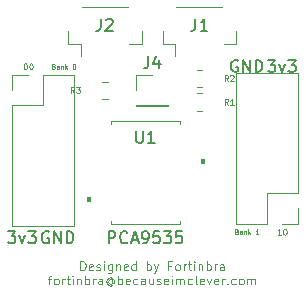
<source format=gbr>
%TF.GenerationSoftware,KiCad,Pcbnew,(6.0.7)*%
%TF.CreationDate,2022-09-23T22:10:56-05:00*%
%TF.ProjectId,PCA9535,50434139-3533-4352-9e6b-696361645f70,rev?*%
%TF.SameCoordinates,Original*%
%TF.FileFunction,Legend,Top*%
%TF.FilePolarity,Positive*%
%FSLAX46Y46*%
G04 Gerber Fmt 4.6, Leading zero omitted, Abs format (unit mm)*
G04 Created by KiCad (PCBNEW (6.0.7)) date 2022-09-23 22:10:56*
%MOMM*%
%LPD*%
G01*
G04 APERTURE LIST*
%ADD10C,0.125000*%
%ADD11C,0.100000*%
%ADD12C,0.150000*%
%ADD13C,0.050000*%
%ADD14C,0.120000*%
G04 APERTURE END LIST*
D10*
X139904761Y-89226190D02*
X139619047Y-89226190D01*
X139761904Y-89226190D02*
X139761904Y-88726190D01*
X139714285Y-88797619D01*
X139666666Y-88845238D01*
X139619047Y-88869047D01*
X140214285Y-88726190D02*
X140261904Y-88726190D01*
X140309523Y-88750000D01*
X140333333Y-88773809D01*
X140357142Y-88821428D01*
X140380952Y-88916666D01*
X140380952Y-89035714D01*
X140357142Y-89130952D01*
X140333333Y-89178571D01*
X140309523Y-89202380D01*
X140261904Y-89226190D01*
X140214285Y-89226190D01*
X140166666Y-89202380D01*
X140142857Y-89178571D01*
X140119047Y-89130952D01*
X140095238Y-89035714D01*
X140095238Y-88916666D01*
X140119047Y-88821428D01*
X140142857Y-88773809D01*
X140166666Y-88750000D01*
X140214285Y-88726190D01*
X118238095Y-74726190D02*
X118285714Y-74726190D01*
X118333333Y-74750000D01*
X118357142Y-74773809D01*
X118380952Y-74821428D01*
X118404761Y-74916666D01*
X118404761Y-75035714D01*
X118380952Y-75130952D01*
X118357142Y-75178571D01*
X118333333Y-75202380D01*
X118285714Y-75226190D01*
X118238095Y-75226190D01*
X118190476Y-75202380D01*
X118166666Y-75178571D01*
X118142857Y-75130952D01*
X118119047Y-75035714D01*
X118119047Y-74916666D01*
X118142857Y-74821428D01*
X118166666Y-74773809D01*
X118190476Y-74750000D01*
X118238095Y-74726190D01*
X118714285Y-74726190D02*
X118761904Y-74726190D01*
X118809523Y-74750000D01*
X118833333Y-74773809D01*
X118857142Y-74821428D01*
X118880952Y-74916666D01*
X118880952Y-75035714D01*
X118857142Y-75130952D01*
X118833333Y-75178571D01*
X118809523Y-75202380D01*
X118761904Y-75226190D01*
X118714285Y-75226190D01*
X118666666Y-75202380D01*
X118642857Y-75178571D01*
X118619047Y-75130952D01*
X118595238Y-75035714D01*
X118595238Y-74916666D01*
X118619047Y-74821428D01*
X118642857Y-74773809D01*
X118666666Y-74750000D01*
X118714285Y-74726190D01*
D11*
X120661904Y-74971428D02*
X120719047Y-74990476D01*
X120738095Y-75009523D01*
X120757142Y-75047619D01*
X120757142Y-75104761D01*
X120738095Y-75142857D01*
X120719047Y-75161904D01*
X120680952Y-75180952D01*
X120528571Y-75180952D01*
X120528571Y-74780952D01*
X120661904Y-74780952D01*
X120700000Y-74800000D01*
X120719047Y-74819047D01*
X120738095Y-74857142D01*
X120738095Y-74895238D01*
X120719047Y-74933333D01*
X120700000Y-74952380D01*
X120661904Y-74971428D01*
X120528571Y-74971428D01*
X121100000Y-75180952D02*
X121100000Y-74971428D01*
X121080952Y-74933333D01*
X121042857Y-74914285D01*
X120966666Y-74914285D01*
X120928571Y-74933333D01*
X121100000Y-75161904D02*
X121061904Y-75180952D01*
X120966666Y-75180952D01*
X120928571Y-75161904D01*
X120909523Y-75123809D01*
X120909523Y-75085714D01*
X120928571Y-75047619D01*
X120966666Y-75028571D01*
X121061904Y-75028571D01*
X121100000Y-75009523D01*
X121290476Y-74914285D02*
X121290476Y-75180952D01*
X121290476Y-74952380D02*
X121309523Y-74933333D01*
X121347619Y-74914285D01*
X121404761Y-74914285D01*
X121442857Y-74933333D01*
X121461904Y-74971428D01*
X121461904Y-75180952D01*
X121652380Y-75180952D02*
X121652380Y-74780952D01*
X121690476Y-75028571D02*
X121804761Y-75180952D01*
X121804761Y-74914285D02*
X121652380Y-75066666D01*
X122357142Y-74780952D02*
X122395238Y-74780952D01*
X122433333Y-74800000D01*
X122452380Y-74819047D01*
X122471428Y-74857142D01*
X122490476Y-74933333D01*
X122490476Y-75028571D01*
X122471428Y-75104761D01*
X122452380Y-75142857D01*
X122433333Y-75161904D01*
X122395238Y-75180952D01*
X122357142Y-75180952D01*
X122319047Y-75161904D01*
X122300000Y-75142857D01*
X122280952Y-75104761D01*
X122261904Y-75028571D01*
X122261904Y-74933333D01*
X122280952Y-74857142D01*
X122300000Y-74819047D01*
X122319047Y-74800000D01*
X122357142Y-74780952D01*
X136161904Y-88971428D02*
X136219047Y-88990476D01*
X136238095Y-89009523D01*
X136257142Y-89047619D01*
X136257142Y-89104761D01*
X136238095Y-89142857D01*
X136219047Y-89161904D01*
X136180952Y-89180952D01*
X136028571Y-89180952D01*
X136028571Y-88780952D01*
X136161904Y-88780952D01*
X136200000Y-88800000D01*
X136219047Y-88819047D01*
X136238095Y-88857142D01*
X136238095Y-88895238D01*
X136219047Y-88933333D01*
X136200000Y-88952380D01*
X136161904Y-88971428D01*
X136028571Y-88971428D01*
X136600000Y-89180952D02*
X136600000Y-88971428D01*
X136580952Y-88933333D01*
X136542857Y-88914285D01*
X136466666Y-88914285D01*
X136428571Y-88933333D01*
X136600000Y-89161904D02*
X136561904Y-89180952D01*
X136466666Y-89180952D01*
X136428571Y-89161904D01*
X136409523Y-89123809D01*
X136409523Y-89085714D01*
X136428571Y-89047619D01*
X136466666Y-89028571D01*
X136561904Y-89028571D01*
X136600000Y-89009523D01*
X136790476Y-88914285D02*
X136790476Y-89180952D01*
X136790476Y-88952380D02*
X136809523Y-88933333D01*
X136847619Y-88914285D01*
X136904761Y-88914285D01*
X136942857Y-88933333D01*
X136961904Y-88971428D01*
X136961904Y-89180952D01*
X137152380Y-89180952D02*
X137152380Y-88780952D01*
X137190476Y-89028571D02*
X137304761Y-89180952D01*
X137304761Y-88914285D02*
X137152380Y-89066666D01*
X137990476Y-89180952D02*
X137761904Y-89180952D01*
X137876190Y-89180952D02*
X137876190Y-88780952D01*
X137838095Y-88838095D01*
X137800000Y-88876190D01*
X137761904Y-88895238D01*
D12*
X120238095Y-89000000D02*
X120142857Y-88952380D01*
X120000000Y-88952380D01*
X119857142Y-89000000D01*
X119761904Y-89095238D01*
X119714285Y-89190476D01*
X119666666Y-89380952D01*
X119666666Y-89523809D01*
X119714285Y-89714285D01*
X119761904Y-89809523D01*
X119857142Y-89904761D01*
X120000000Y-89952380D01*
X120095238Y-89952380D01*
X120238095Y-89904761D01*
X120285714Y-89857142D01*
X120285714Y-89523809D01*
X120095238Y-89523809D01*
X120714285Y-89952380D02*
X120714285Y-88952380D01*
X121285714Y-89952380D01*
X121285714Y-88952380D01*
X121761904Y-89952380D02*
X121761904Y-88952380D01*
X122000000Y-88952380D01*
X122142857Y-89000000D01*
X122238095Y-89095238D01*
X122285714Y-89190476D01*
X122333333Y-89380952D01*
X122333333Y-89523809D01*
X122285714Y-89714285D01*
X122238095Y-89809523D01*
X122142857Y-89904761D01*
X122000000Y-89952380D01*
X121761904Y-89952380D01*
X138809523Y-74452380D02*
X139428571Y-74452380D01*
X139095238Y-74833333D01*
X139238095Y-74833333D01*
X139333333Y-74880952D01*
X139380952Y-74928571D01*
X139428571Y-75023809D01*
X139428571Y-75261904D01*
X139380952Y-75357142D01*
X139333333Y-75404761D01*
X139238095Y-75452380D01*
X138952380Y-75452380D01*
X138857142Y-75404761D01*
X138809523Y-75357142D01*
X139761904Y-74785714D02*
X140000000Y-75452380D01*
X140238095Y-74785714D01*
X140523809Y-74452380D02*
X141142857Y-74452380D01*
X140809523Y-74833333D01*
X140952380Y-74833333D01*
X141047619Y-74880952D01*
X141095238Y-74928571D01*
X141142857Y-75023809D01*
X141142857Y-75261904D01*
X141095238Y-75357142D01*
X141047619Y-75404761D01*
X140952380Y-75452380D01*
X140666666Y-75452380D01*
X140571428Y-75404761D01*
X140523809Y-75357142D01*
X136238095Y-74500000D02*
X136142857Y-74452380D01*
X136000000Y-74452380D01*
X135857142Y-74500000D01*
X135761904Y-74595238D01*
X135714285Y-74690476D01*
X135666666Y-74880952D01*
X135666666Y-75023809D01*
X135714285Y-75214285D01*
X135761904Y-75309523D01*
X135857142Y-75404761D01*
X136000000Y-75452380D01*
X136095238Y-75452380D01*
X136238095Y-75404761D01*
X136285714Y-75357142D01*
X136285714Y-75023809D01*
X136095238Y-75023809D01*
X136714285Y-75452380D02*
X136714285Y-74452380D01*
X137285714Y-75452380D01*
X137285714Y-74452380D01*
X137761904Y-75452380D02*
X137761904Y-74452380D01*
X138000000Y-74452380D01*
X138142857Y-74500000D01*
X138238095Y-74595238D01*
X138285714Y-74690476D01*
X138333333Y-74880952D01*
X138333333Y-75023809D01*
X138285714Y-75214285D01*
X138238095Y-75309523D01*
X138142857Y-75404761D01*
X138000000Y-75452380D01*
X137761904Y-75452380D01*
D13*
X122928571Y-92235535D02*
X122928571Y-91485535D01*
X123107142Y-91485535D01*
X123214285Y-91521250D01*
X123285714Y-91592678D01*
X123321428Y-91664107D01*
X123357142Y-91806964D01*
X123357142Y-91914107D01*
X123321428Y-92056964D01*
X123285714Y-92128392D01*
X123214285Y-92199821D01*
X123107142Y-92235535D01*
X122928571Y-92235535D01*
X123964285Y-92199821D02*
X123892857Y-92235535D01*
X123750000Y-92235535D01*
X123678571Y-92199821D01*
X123642857Y-92128392D01*
X123642857Y-91842678D01*
X123678571Y-91771250D01*
X123750000Y-91735535D01*
X123892857Y-91735535D01*
X123964285Y-91771250D01*
X124000000Y-91842678D01*
X124000000Y-91914107D01*
X123642857Y-91985535D01*
X124285714Y-92199821D02*
X124357142Y-92235535D01*
X124500000Y-92235535D01*
X124571428Y-92199821D01*
X124607142Y-92128392D01*
X124607142Y-92092678D01*
X124571428Y-92021250D01*
X124500000Y-91985535D01*
X124392857Y-91985535D01*
X124321428Y-91949821D01*
X124285714Y-91878392D01*
X124285714Y-91842678D01*
X124321428Y-91771250D01*
X124392857Y-91735535D01*
X124500000Y-91735535D01*
X124571428Y-91771250D01*
X124928571Y-92235535D02*
X124928571Y-91735535D01*
X124928571Y-91485535D02*
X124892857Y-91521250D01*
X124928571Y-91556964D01*
X124964285Y-91521250D01*
X124928571Y-91485535D01*
X124928571Y-91556964D01*
X125607142Y-91735535D02*
X125607142Y-92342678D01*
X125571428Y-92414107D01*
X125535714Y-92449821D01*
X125464285Y-92485535D01*
X125357142Y-92485535D01*
X125285714Y-92449821D01*
X125607142Y-92199821D02*
X125535714Y-92235535D01*
X125392857Y-92235535D01*
X125321428Y-92199821D01*
X125285714Y-92164107D01*
X125250000Y-92092678D01*
X125250000Y-91878392D01*
X125285714Y-91806964D01*
X125321428Y-91771250D01*
X125392857Y-91735535D01*
X125535714Y-91735535D01*
X125607142Y-91771250D01*
X125964285Y-91735535D02*
X125964285Y-92235535D01*
X125964285Y-91806964D02*
X126000000Y-91771250D01*
X126071428Y-91735535D01*
X126178571Y-91735535D01*
X126250000Y-91771250D01*
X126285714Y-91842678D01*
X126285714Y-92235535D01*
X126928571Y-92199821D02*
X126857142Y-92235535D01*
X126714285Y-92235535D01*
X126642857Y-92199821D01*
X126607142Y-92128392D01*
X126607142Y-91842678D01*
X126642857Y-91771250D01*
X126714285Y-91735535D01*
X126857142Y-91735535D01*
X126928571Y-91771250D01*
X126964285Y-91842678D01*
X126964285Y-91914107D01*
X126607142Y-91985535D01*
X127607142Y-92235535D02*
X127607142Y-91485535D01*
X127607142Y-92199821D02*
X127535714Y-92235535D01*
X127392857Y-92235535D01*
X127321428Y-92199821D01*
X127285714Y-92164107D01*
X127250000Y-92092678D01*
X127250000Y-91878392D01*
X127285714Y-91806964D01*
X127321428Y-91771250D01*
X127392857Y-91735535D01*
X127535714Y-91735535D01*
X127607142Y-91771250D01*
X128535714Y-92235535D02*
X128535714Y-91485535D01*
X128535714Y-91771250D02*
X128607142Y-91735535D01*
X128750000Y-91735535D01*
X128821428Y-91771250D01*
X128857142Y-91806964D01*
X128892857Y-91878392D01*
X128892857Y-92092678D01*
X128857142Y-92164107D01*
X128821428Y-92199821D01*
X128750000Y-92235535D01*
X128607142Y-92235535D01*
X128535714Y-92199821D01*
X129142857Y-91735535D02*
X129321428Y-92235535D01*
X129500000Y-91735535D02*
X129321428Y-92235535D01*
X129250000Y-92414107D01*
X129214285Y-92449821D01*
X129142857Y-92485535D01*
X130607142Y-91842678D02*
X130357142Y-91842678D01*
X130357142Y-92235535D02*
X130357142Y-91485535D01*
X130714285Y-91485535D01*
X131107142Y-92235535D02*
X131035714Y-92199821D01*
X131000000Y-92164107D01*
X130964285Y-92092678D01*
X130964285Y-91878392D01*
X131000000Y-91806964D01*
X131035714Y-91771250D01*
X131107142Y-91735535D01*
X131214285Y-91735535D01*
X131285714Y-91771250D01*
X131321428Y-91806964D01*
X131357142Y-91878392D01*
X131357142Y-92092678D01*
X131321428Y-92164107D01*
X131285714Y-92199821D01*
X131214285Y-92235535D01*
X131107142Y-92235535D01*
X131678571Y-92235535D02*
X131678571Y-91735535D01*
X131678571Y-91878392D02*
X131714285Y-91806964D01*
X131750000Y-91771250D01*
X131821428Y-91735535D01*
X131892857Y-91735535D01*
X132035714Y-91735535D02*
X132321428Y-91735535D01*
X132142857Y-91485535D02*
X132142857Y-92128392D01*
X132178571Y-92199821D01*
X132250000Y-92235535D01*
X132321428Y-92235535D01*
X132571428Y-92235535D02*
X132571428Y-91735535D01*
X132571428Y-91485535D02*
X132535714Y-91521250D01*
X132571428Y-91556964D01*
X132607142Y-91521250D01*
X132571428Y-91485535D01*
X132571428Y-91556964D01*
X132928571Y-91735535D02*
X132928571Y-92235535D01*
X132928571Y-91806964D02*
X132964285Y-91771250D01*
X133035714Y-91735535D01*
X133142857Y-91735535D01*
X133214285Y-91771250D01*
X133250000Y-91842678D01*
X133250000Y-92235535D01*
X133607142Y-92235535D02*
X133607142Y-91485535D01*
X133607142Y-91771250D02*
X133678571Y-91735535D01*
X133821428Y-91735535D01*
X133892857Y-91771250D01*
X133928571Y-91806964D01*
X133964285Y-91878392D01*
X133964285Y-92092678D01*
X133928571Y-92164107D01*
X133892857Y-92199821D01*
X133821428Y-92235535D01*
X133678571Y-92235535D01*
X133607142Y-92199821D01*
X134285714Y-92235535D02*
X134285714Y-91735535D01*
X134285714Y-91878392D02*
X134321428Y-91806964D01*
X134357142Y-91771250D01*
X134428571Y-91735535D01*
X134500000Y-91735535D01*
X135071428Y-92235535D02*
X135071428Y-91842678D01*
X135035714Y-91771250D01*
X134964285Y-91735535D01*
X134821428Y-91735535D01*
X134750000Y-91771250D01*
X135071428Y-92199821D02*
X135000000Y-92235535D01*
X134821428Y-92235535D01*
X134750000Y-92199821D01*
X134714285Y-92128392D01*
X134714285Y-92056964D01*
X134750000Y-91985535D01*
X134821428Y-91949821D01*
X135000000Y-91949821D01*
X135071428Y-91914107D01*
X120178571Y-92943035D02*
X120464285Y-92943035D01*
X120285714Y-93443035D02*
X120285714Y-92800178D01*
X120321428Y-92728750D01*
X120392857Y-92693035D01*
X120464285Y-92693035D01*
X120821428Y-93443035D02*
X120750000Y-93407321D01*
X120714285Y-93371607D01*
X120678571Y-93300178D01*
X120678571Y-93085892D01*
X120714285Y-93014464D01*
X120750000Y-92978750D01*
X120821428Y-92943035D01*
X120928571Y-92943035D01*
X121000000Y-92978750D01*
X121035714Y-93014464D01*
X121071428Y-93085892D01*
X121071428Y-93300178D01*
X121035714Y-93371607D01*
X121000000Y-93407321D01*
X120928571Y-93443035D01*
X120821428Y-93443035D01*
X121392857Y-93443035D02*
X121392857Y-92943035D01*
X121392857Y-93085892D02*
X121428571Y-93014464D01*
X121464285Y-92978750D01*
X121535714Y-92943035D01*
X121607142Y-92943035D01*
X121750000Y-92943035D02*
X122035714Y-92943035D01*
X121857142Y-92693035D02*
X121857142Y-93335892D01*
X121892857Y-93407321D01*
X121964285Y-93443035D01*
X122035714Y-93443035D01*
X122285714Y-93443035D02*
X122285714Y-92943035D01*
X122285714Y-92693035D02*
X122250000Y-92728750D01*
X122285714Y-92764464D01*
X122321428Y-92728750D01*
X122285714Y-92693035D01*
X122285714Y-92764464D01*
X122642857Y-92943035D02*
X122642857Y-93443035D01*
X122642857Y-93014464D02*
X122678571Y-92978750D01*
X122750000Y-92943035D01*
X122857142Y-92943035D01*
X122928571Y-92978750D01*
X122964285Y-93050178D01*
X122964285Y-93443035D01*
X123321428Y-93443035D02*
X123321428Y-92693035D01*
X123321428Y-92978750D02*
X123392857Y-92943035D01*
X123535714Y-92943035D01*
X123607142Y-92978750D01*
X123642857Y-93014464D01*
X123678571Y-93085892D01*
X123678571Y-93300178D01*
X123642857Y-93371607D01*
X123607142Y-93407321D01*
X123535714Y-93443035D01*
X123392857Y-93443035D01*
X123321428Y-93407321D01*
X124000000Y-93443035D02*
X124000000Y-92943035D01*
X124000000Y-93085892D02*
X124035714Y-93014464D01*
X124071428Y-92978750D01*
X124142857Y-92943035D01*
X124214285Y-92943035D01*
X124785714Y-93443035D02*
X124785714Y-93050178D01*
X124750000Y-92978750D01*
X124678571Y-92943035D01*
X124535714Y-92943035D01*
X124464285Y-92978750D01*
X124785714Y-93407321D02*
X124714285Y-93443035D01*
X124535714Y-93443035D01*
X124464285Y-93407321D01*
X124428571Y-93335892D01*
X124428571Y-93264464D01*
X124464285Y-93193035D01*
X124535714Y-93157321D01*
X124714285Y-93157321D01*
X124785714Y-93121607D01*
X125607142Y-93085892D02*
X125571428Y-93050178D01*
X125500000Y-93014464D01*
X125428571Y-93014464D01*
X125357142Y-93050178D01*
X125321428Y-93085892D01*
X125285714Y-93157321D01*
X125285714Y-93228750D01*
X125321428Y-93300178D01*
X125357142Y-93335892D01*
X125428571Y-93371607D01*
X125500000Y-93371607D01*
X125571428Y-93335892D01*
X125607142Y-93300178D01*
X125607142Y-93014464D02*
X125607142Y-93300178D01*
X125642857Y-93335892D01*
X125678571Y-93335892D01*
X125750000Y-93300178D01*
X125785714Y-93228750D01*
X125785714Y-93050178D01*
X125714285Y-92943035D01*
X125607142Y-92871607D01*
X125464285Y-92835892D01*
X125321428Y-92871607D01*
X125214285Y-92943035D01*
X125142857Y-93050178D01*
X125107142Y-93193035D01*
X125142857Y-93335892D01*
X125214285Y-93443035D01*
X125321428Y-93514464D01*
X125464285Y-93550178D01*
X125607142Y-93514464D01*
X125714285Y-93443035D01*
X126107142Y-93443035D02*
X126107142Y-92693035D01*
X126107142Y-92978750D02*
X126178571Y-92943035D01*
X126321428Y-92943035D01*
X126392857Y-92978750D01*
X126428571Y-93014464D01*
X126464285Y-93085892D01*
X126464285Y-93300178D01*
X126428571Y-93371607D01*
X126392857Y-93407321D01*
X126321428Y-93443035D01*
X126178571Y-93443035D01*
X126107142Y-93407321D01*
X127071428Y-93407321D02*
X127000000Y-93443035D01*
X126857142Y-93443035D01*
X126785714Y-93407321D01*
X126750000Y-93335892D01*
X126750000Y-93050178D01*
X126785714Y-92978750D01*
X126857142Y-92943035D01*
X127000000Y-92943035D01*
X127071428Y-92978750D01*
X127107142Y-93050178D01*
X127107142Y-93121607D01*
X126750000Y-93193035D01*
X127750000Y-93407321D02*
X127678571Y-93443035D01*
X127535714Y-93443035D01*
X127464285Y-93407321D01*
X127428571Y-93371607D01*
X127392857Y-93300178D01*
X127392857Y-93085892D01*
X127428571Y-93014464D01*
X127464285Y-92978750D01*
X127535714Y-92943035D01*
X127678571Y-92943035D01*
X127750000Y-92978750D01*
X128392857Y-93443035D02*
X128392857Y-93050178D01*
X128357142Y-92978750D01*
X128285714Y-92943035D01*
X128142857Y-92943035D01*
X128071428Y-92978750D01*
X128392857Y-93407321D02*
X128321428Y-93443035D01*
X128142857Y-93443035D01*
X128071428Y-93407321D01*
X128035714Y-93335892D01*
X128035714Y-93264464D01*
X128071428Y-93193035D01*
X128142857Y-93157321D01*
X128321428Y-93157321D01*
X128392857Y-93121607D01*
X129071428Y-92943035D02*
X129071428Y-93443035D01*
X128750000Y-92943035D02*
X128750000Y-93335892D01*
X128785714Y-93407321D01*
X128857142Y-93443035D01*
X128964285Y-93443035D01*
X129035714Y-93407321D01*
X129071428Y-93371607D01*
X129392857Y-93407321D02*
X129464285Y-93443035D01*
X129607142Y-93443035D01*
X129678571Y-93407321D01*
X129714285Y-93335892D01*
X129714285Y-93300178D01*
X129678571Y-93228750D01*
X129607142Y-93193035D01*
X129500000Y-93193035D01*
X129428571Y-93157321D01*
X129392857Y-93085892D01*
X129392857Y-93050178D01*
X129428571Y-92978750D01*
X129500000Y-92943035D01*
X129607142Y-92943035D01*
X129678571Y-92978750D01*
X130321428Y-93407321D02*
X130250000Y-93443035D01*
X130107142Y-93443035D01*
X130035714Y-93407321D01*
X130000000Y-93335892D01*
X130000000Y-93050178D01*
X130035714Y-92978750D01*
X130107142Y-92943035D01*
X130250000Y-92943035D01*
X130321428Y-92978750D01*
X130357142Y-93050178D01*
X130357142Y-93121607D01*
X130000000Y-93193035D01*
X130678571Y-93443035D02*
X130678571Y-92943035D01*
X130678571Y-92693035D02*
X130642857Y-92728750D01*
X130678571Y-92764464D01*
X130714285Y-92728750D01*
X130678571Y-92693035D01*
X130678571Y-92764464D01*
X131035714Y-93443035D02*
X131035714Y-92943035D01*
X131035714Y-93014464D02*
X131071428Y-92978750D01*
X131142857Y-92943035D01*
X131250000Y-92943035D01*
X131321428Y-92978750D01*
X131357142Y-93050178D01*
X131357142Y-93443035D01*
X131357142Y-93050178D02*
X131392857Y-92978750D01*
X131464285Y-92943035D01*
X131571428Y-92943035D01*
X131642857Y-92978750D01*
X131678571Y-93050178D01*
X131678571Y-93443035D01*
X132357142Y-93407321D02*
X132285714Y-93443035D01*
X132142857Y-93443035D01*
X132071428Y-93407321D01*
X132035714Y-93371607D01*
X132000000Y-93300178D01*
X132000000Y-93085892D01*
X132035714Y-93014464D01*
X132071428Y-92978750D01*
X132142857Y-92943035D01*
X132285714Y-92943035D01*
X132357142Y-92978750D01*
X132785714Y-93443035D02*
X132714285Y-93407321D01*
X132678571Y-93335892D01*
X132678571Y-92693035D01*
X133357142Y-93407321D02*
X133285714Y-93443035D01*
X133142857Y-93443035D01*
X133071428Y-93407321D01*
X133035714Y-93335892D01*
X133035714Y-93050178D01*
X133071428Y-92978750D01*
X133142857Y-92943035D01*
X133285714Y-92943035D01*
X133357142Y-92978750D01*
X133392857Y-93050178D01*
X133392857Y-93121607D01*
X133035714Y-93193035D01*
X133642857Y-92943035D02*
X133821428Y-93443035D01*
X134000000Y-92943035D01*
X134571428Y-93407321D02*
X134500000Y-93443035D01*
X134357142Y-93443035D01*
X134285714Y-93407321D01*
X134250000Y-93335892D01*
X134250000Y-93050178D01*
X134285714Y-92978750D01*
X134357142Y-92943035D01*
X134500000Y-92943035D01*
X134571428Y-92978750D01*
X134607142Y-93050178D01*
X134607142Y-93121607D01*
X134250000Y-93193035D01*
X134928571Y-93443035D02*
X134928571Y-92943035D01*
X134928571Y-93085892D02*
X134964285Y-93014464D01*
X135000000Y-92978750D01*
X135071428Y-92943035D01*
X135142857Y-92943035D01*
X135392857Y-93371607D02*
X135428571Y-93407321D01*
X135392857Y-93443035D01*
X135357142Y-93407321D01*
X135392857Y-93371607D01*
X135392857Y-93443035D01*
X136071428Y-93407321D02*
X136000000Y-93443035D01*
X135857142Y-93443035D01*
X135785714Y-93407321D01*
X135750000Y-93371607D01*
X135714285Y-93300178D01*
X135714285Y-93085892D01*
X135750000Y-93014464D01*
X135785714Y-92978750D01*
X135857142Y-92943035D01*
X136000000Y-92943035D01*
X136071428Y-92978750D01*
X136500000Y-93443035D02*
X136428571Y-93407321D01*
X136392857Y-93371607D01*
X136357142Y-93300178D01*
X136357142Y-93085892D01*
X136392857Y-93014464D01*
X136428571Y-92978750D01*
X136500000Y-92943035D01*
X136607142Y-92943035D01*
X136678571Y-92978750D01*
X136714285Y-93014464D01*
X136750000Y-93085892D01*
X136750000Y-93300178D01*
X136714285Y-93371607D01*
X136678571Y-93407321D01*
X136607142Y-93443035D01*
X136500000Y-93443035D01*
X137071428Y-93443035D02*
X137071428Y-92943035D01*
X137071428Y-93014464D02*
X137107142Y-92978750D01*
X137178571Y-92943035D01*
X137285714Y-92943035D01*
X137357142Y-92978750D01*
X137392857Y-93050178D01*
X137392857Y-93443035D01*
X137392857Y-93050178D02*
X137428571Y-92978750D01*
X137500000Y-92943035D01*
X137607142Y-92943035D01*
X137678571Y-92978750D01*
X137714285Y-93050178D01*
X137714285Y-93443035D01*
D12*
X116809523Y-88952380D02*
X117428571Y-88952380D01*
X117095238Y-89333333D01*
X117238095Y-89333333D01*
X117333333Y-89380952D01*
X117380952Y-89428571D01*
X117428571Y-89523809D01*
X117428571Y-89761904D01*
X117380952Y-89857142D01*
X117333333Y-89904761D01*
X117238095Y-89952380D01*
X116952380Y-89952380D01*
X116857142Y-89904761D01*
X116809523Y-89857142D01*
X117761904Y-89285714D02*
X118000000Y-89952380D01*
X118238095Y-89285714D01*
X118523809Y-88952380D02*
X119142857Y-88952380D01*
X118809523Y-89333333D01*
X118952380Y-89333333D01*
X119047619Y-89380952D01*
X119095238Y-89428571D01*
X119142857Y-89523809D01*
X119142857Y-89761904D01*
X119095238Y-89857142D01*
X119047619Y-89904761D01*
X118952380Y-89952380D01*
X118666666Y-89952380D01*
X118571428Y-89904761D01*
X118523809Y-89857142D01*
%TO.C,U1*%
X127657195Y-80452380D02*
X127657195Y-81261904D01*
X127704814Y-81357142D01*
X127752433Y-81404761D01*
X127847671Y-81452380D01*
X128038147Y-81452380D01*
X128133385Y-81404761D01*
X128181004Y-81357142D01*
X128228623Y-81261904D01*
X128228623Y-80452380D01*
X129228623Y-81452380D02*
X128657195Y-81452380D01*
X128942909Y-81452380D02*
X128942909Y-80452380D01*
X128847671Y-80595238D01*
X128752433Y-80690476D01*
X128657195Y-80738095D01*
X125323861Y-89952380D02*
X125323861Y-88952380D01*
X125704814Y-88952380D01*
X125800052Y-89000000D01*
X125847671Y-89047619D01*
X125895290Y-89142857D01*
X125895290Y-89285714D01*
X125847671Y-89380952D01*
X125800052Y-89428571D01*
X125704814Y-89476190D01*
X125323861Y-89476190D01*
X126895290Y-89857142D02*
X126847671Y-89904761D01*
X126704814Y-89952380D01*
X126609576Y-89952380D01*
X126466719Y-89904761D01*
X126371480Y-89809523D01*
X126323861Y-89714285D01*
X126276242Y-89523809D01*
X126276242Y-89380952D01*
X126323861Y-89190476D01*
X126371480Y-89095238D01*
X126466719Y-89000000D01*
X126609576Y-88952380D01*
X126704814Y-88952380D01*
X126847671Y-89000000D01*
X126895290Y-89047619D01*
X127276242Y-89666666D02*
X127752433Y-89666666D01*
X127181004Y-89952380D02*
X127514338Y-88952380D01*
X127847671Y-89952380D01*
X128228623Y-89952380D02*
X128419100Y-89952380D01*
X128514338Y-89904761D01*
X128561957Y-89857142D01*
X128657195Y-89714285D01*
X128704814Y-89523809D01*
X128704814Y-89142857D01*
X128657195Y-89047619D01*
X128609576Y-89000000D01*
X128514338Y-88952380D01*
X128323861Y-88952380D01*
X128228623Y-89000000D01*
X128181004Y-89047619D01*
X128133385Y-89142857D01*
X128133385Y-89380952D01*
X128181004Y-89476190D01*
X128228623Y-89523809D01*
X128323861Y-89571428D01*
X128514338Y-89571428D01*
X128609576Y-89523809D01*
X128657195Y-89476190D01*
X128704814Y-89380952D01*
X129609576Y-88952380D02*
X129133385Y-88952380D01*
X129085766Y-89428571D01*
X129133385Y-89380952D01*
X129228623Y-89333333D01*
X129466719Y-89333333D01*
X129561957Y-89380952D01*
X129609576Y-89428571D01*
X129657195Y-89523809D01*
X129657195Y-89761904D01*
X129609576Y-89857142D01*
X129561957Y-89904761D01*
X129466719Y-89952380D01*
X129228623Y-89952380D01*
X129133385Y-89904761D01*
X129085766Y-89857142D01*
X129990528Y-88952380D02*
X130609576Y-88952380D01*
X130276242Y-89333333D01*
X130419100Y-89333333D01*
X130514338Y-89380952D01*
X130561957Y-89428571D01*
X130609576Y-89523809D01*
X130609576Y-89761904D01*
X130561957Y-89857142D01*
X130514338Y-89904761D01*
X130419100Y-89952380D01*
X130133385Y-89952380D01*
X130038147Y-89904761D01*
X129990528Y-89857142D01*
X131514338Y-88952380D02*
X131038147Y-88952380D01*
X130990528Y-89428571D01*
X131038147Y-89380952D01*
X131133385Y-89333333D01*
X131371480Y-89333333D01*
X131466719Y-89380952D01*
X131514338Y-89428571D01*
X131561957Y-89523809D01*
X131561957Y-89761904D01*
X131514338Y-89857142D01*
X131466719Y-89904761D01*
X131371480Y-89952380D01*
X131133385Y-89952380D01*
X131038147Y-89904761D01*
X130990528Y-89857142D01*
%TO.C,J1*%
X132666666Y-70952380D02*
X132666666Y-71666666D01*
X132619047Y-71809523D01*
X132523809Y-71904761D01*
X132380952Y-71952380D01*
X132285714Y-71952380D01*
X133666666Y-71952380D02*
X133095238Y-71952380D01*
X133380952Y-71952380D02*
X133380952Y-70952380D01*
X133285714Y-71095238D01*
X133190476Y-71190476D01*
X133095238Y-71238095D01*
D10*
%TO.C,R1*%
X135416666Y-78226190D02*
X135250000Y-77988095D01*
X135130952Y-78226190D02*
X135130952Y-77726190D01*
X135321428Y-77726190D01*
X135369047Y-77750000D01*
X135392857Y-77773809D01*
X135416666Y-77821428D01*
X135416666Y-77892857D01*
X135392857Y-77940476D01*
X135369047Y-77964285D01*
X135321428Y-77988095D01*
X135130952Y-77988095D01*
X135892857Y-78226190D02*
X135607142Y-78226190D01*
X135750000Y-78226190D02*
X135750000Y-77726190D01*
X135702380Y-77797619D01*
X135654761Y-77845238D01*
X135607142Y-77869047D01*
%TO.C,R2*%
X135416666Y-76226190D02*
X135250000Y-75988095D01*
X135130952Y-76226190D02*
X135130952Y-75726190D01*
X135321428Y-75726190D01*
X135369047Y-75750000D01*
X135392857Y-75773809D01*
X135416666Y-75821428D01*
X135416666Y-75892857D01*
X135392857Y-75940476D01*
X135369047Y-75964285D01*
X135321428Y-75988095D01*
X135130952Y-75988095D01*
X135607142Y-75773809D02*
X135630952Y-75750000D01*
X135678571Y-75726190D01*
X135797619Y-75726190D01*
X135845238Y-75750000D01*
X135869047Y-75773809D01*
X135892857Y-75821428D01*
X135892857Y-75869047D01*
X135869047Y-75940476D01*
X135583333Y-76226190D01*
X135892857Y-76226190D01*
D12*
%TO.C,J4*%
X128666666Y-74122380D02*
X128666666Y-74836666D01*
X128619047Y-74979523D01*
X128523809Y-75074761D01*
X128380952Y-75122380D01*
X128285714Y-75122380D01*
X129571428Y-74455714D02*
X129571428Y-75122380D01*
X129333333Y-74074761D02*
X129095238Y-74789047D01*
X129714285Y-74789047D01*
%TO.C,J2*%
X124666666Y-70952380D02*
X124666666Y-71666666D01*
X124619047Y-71809523D01*
X124523809Y-71904761D01*
X124380952Y-71952380D01*
X124285714Y-71952380D01*
X125095238Y-71047619D02*
X125142857Y-71000000D01*
X125238095Y-70952380D01*
X125476190Y-70952380D01*
X125571428Y-71000000D01*
X125619047Y-71047619D01*
X125666666Y-71142857D01*
X125666666Y-71238095D01*
X125619047Y-71380952D01*
X125047619Y-71952380D01*
X125666666Y-71952380D01*
D10*
%TO.C,R3*%
X122416666Y-77226190D02*
X122250000Y-76988095D01*
X122130952Y-77226190D02*
X122130952Y-76726190D01*
X122321428Y-76726190D01*
X122369047Y-76750000D01*
X122392857Y-76773809D01*
X122416666Y-76821428D01*
X122416666Y-76892857D01*
X122392857Y-76940476D01*
X122369047Y-76964285D01*
X122321428Y-76988095D01*
X122130952Y-76988095D01*
X122583333Y-76726190D02*
X122892857Y-76726190D01*
X122726190Y-76916666D01*
X122797619Y-76916666D01*
X122845238Y-76940476D01*
X122869047Y-76964285D01*
X122892857Y-77011904D01*
X122892857Y-77130952D01*
X122869047Y-77178571D01*
X122845238Y-77202380D01*
X122797619Y-77226190D01*
X122654761Y-77226190D01*
X122607142Y-77202380D01*
X122583333Y-77178571D01*
D14*
%TO.C,U1*%
X125498100Y-79571000D02*
X125498100Y-79829261D01*
X131340100Y-79571000D02*
X125498100Y-79571000D01*
X125498100Y-88334000D02*
X131340100Y-88334000D01*
X131340100Y-88334000D02*
X131340100Y-88075739D01*
X125498100Y-88075739D02*
X125498100Y-88334000D01*
X131340100Y-79829261D02*
X131340100Y-79571000D01*
G36*
X123713001Y-86417999D02*
G01*
X123459001Y-86417999D01*
X123459001Y-86036999D01*
X123713001Y-86036999D01*
X123713001Y-86417999D01*
G37*
D11*
X123713001Y-86417999D02*
X123459001Y-86417999D01*
X123459001Y-86036999D01*
X123713001Y-86036999D01*
X123713001Y-86417999D01*
G36*
X133379199Y-83168001D02*
G01*
X133125199Y-83168001D01*
X133125199Y-82787001D01*
X133379199Y-82787001D01*
X133379199Y-83168001D01*
G37*
X133379199Y-83168001D02*
X133125199Y-83168001D01*
X133125199Y-82787001D01*
X133379199Y-82787001D01*
X133379199Y-83168001D01*
D14*
%TO.C,J1*%
X129890000Y-73110000D02*
X130940000Y-73110000D01*
X129890000Y-71960000D02*
X129890000Y-73110000D01*
X136110000Y-73110000D02*
X135060000Y-73110000D01*
X136110000Y-71960000D02*
X136110000Y-73110000D01*
X131060000Y-69990000D02*
X134940000Y-69990000D01*
X130940000Y-73110000D02*
X130940000Y-74100000D01*
%TO.C,R1*%
X133227064Y-78735000D02*
X132772936Y-78735000D01*
X133227064Y-77265000D02*
X132772936Y-77265000D01*
%TO.C,R2*%
X133227064Y-76735000D02*
X132772936Y-76735000D01*
X133227064Y-75265000D02*
X132772936Y-75265000D01*
%TO.C,J6*%
X141330000Y-75510000D02*
X136130000Y-75510000D01*
X138730000Y-85730000D02*
X138730000Y-88330000D01*
X141330000Y-85730000D02*
X138730000Y-85730000D01*
X141330000Y-85730000D02*
X141330000Y-75510000D01*
X141330000Y-88330000D02*
X140000000Y-88330000D01*
X136130000Y-88330000D02*
X136130000Y-75510000D01*
X138730000Y-88330000D02*
X136130000Y-88330000D01*
X141330000Y-87000000D02*
X141330000Y-88330000D01*
%TO.C,J4*%
X127670000Y-77000000D02*
X127670000Y-75670000D01*
X127670000Y-75670000D02*
X129000000Y-75670000D01*
X127670000Y-78270000D02*
X127670000Y-78330000D01*
X127670000Y-78270000D02*
X130330000Y-78270000D01*
X127670000Y-78330000D02*
X130330000Y-78330000D01*
X130330000Y-78270000D02*
X130330000Y-78330000D01*
%TO.C,J2*%
X122940000Y-73110000D02*
X122940000Y-74100000D01*
X121890000Y-71960000D02*
X121890000Y-73110000D01*
X123060000Y-69990000D02*
X126940000Y-69990000D01*
X128110000Y-71960000D02*
X128110000Y-73110000D01*
X121890000Y-73110000D02*
X122940000Y-73110000D01*
X128110000Y-73110000D02*
X127060000Y-73110000D01*
%TO.C,J3*%
X117170000Y-75670000D02*
X118500000Y-75670000D01*
X117170000Y-78270000D02*
X119770000Y-78270000D01*
X119770000Y-75670000D02*
X122370000Y-75670000D01*
X117170000Y-77000000D02*
X117170000Y-75670000D01*
X122370000Y-75670000D02*
X122370000Y-88490000D01*
X119770000Y-78270000D02*
X119770000Y-75670000D01*
X117170000Y-78270000D02*
X117170000Y-88490000D01*
X117170000Y-88490000D02*
X122370000Y-88490000D01*
%TO.C,R3*%
X124772936Y-77735000D02*
X125227064Y-77735000D01*
X124772936Y-76265000D02*
X125227064Y-76265000D01*
%TD*%
M02*

</source>
